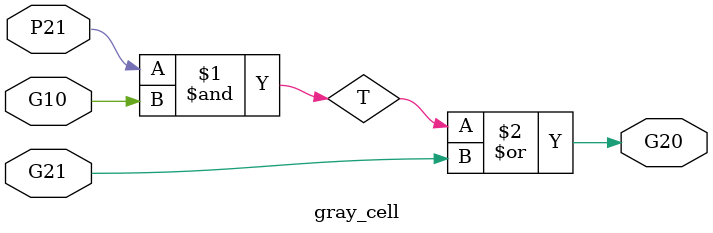
<source format=v>
module gray_cell(G21, P21, G10, G20);
    input G21, P21, G10;
    output G20;
    wire T;

    assign T = P21 & G10;
    assign G20 = T | G21;
endmodule
</source>
